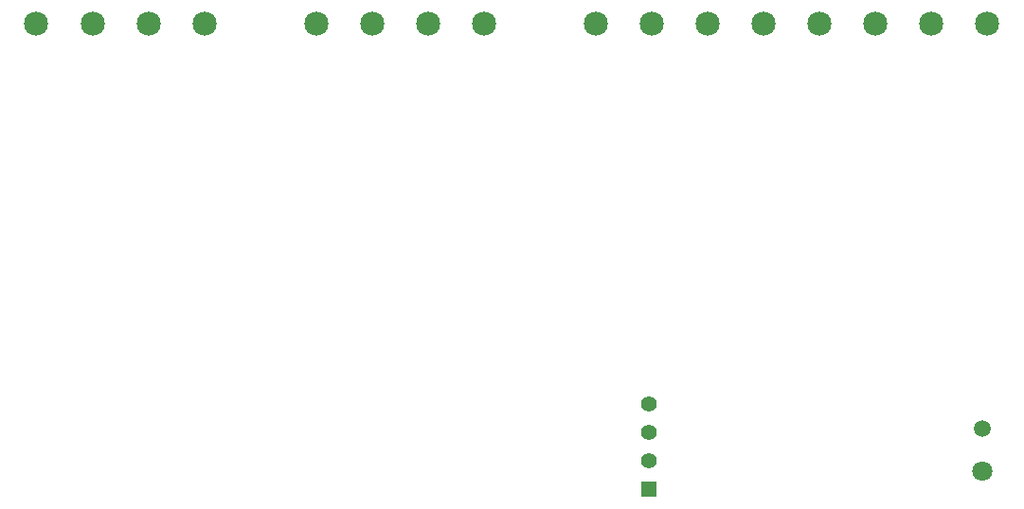
<source format=gbs>
G04 (created by PCBNEW (2013-jul-07)-stable) date Sat 26 Sep 2015 04:42:44 AM EDT*
%MOIN*%
G04 Gerber Fmt 3.4, Leading zero omitted, Abs format*
%FSLAX34Y34*%
G01*
G70*
G90*
G04 APERTURE LIST*
%ADD10C,0.00590551*%
%ADD11C,0.085*%
%ADD12R,0.055X0.055*%
%ADD13C,0.055*%
%ADD14C,0.0590551*%
%ADD15C,0.0708661*%
G04 APERTURE END LIST*
G54D10*
G54D11*
X48228Y-37401D03*
X46259Y-37401D03*
X44291Y-37401D03*
X42322Y-37401D03*
X56102Y-37401D03*
X54133Y-37401D03*
X52165Y-37401D03*
X50196Y-37401D03*
X38385Y-37401D03*
X36417Y-37401D03*
X34448Y-37401D03*
X32480Y-37401D03*
X28543Y-37401D03*
X26574Y-37401D03*
X24606Y-37401D03*
X22637Y-37401D03*
G54D12*
X44177Y-53795D03*
G54D13*
X44177Y-52795D03*
X44177Y-51795D03*
X44177Y-50795D03*
G54D14*
X55935Y-51676D03*
G54D15*
X55935Y-53173D03*
M02*

</source>
